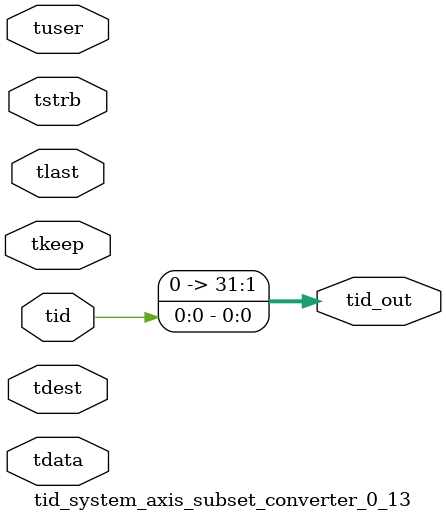
<source format=v>


`timescale 1ps/1ps

module tid_system_axis_subset_converter_0_13 #
(
parameter C_S_AXIS_TID_WIDTH   = 1,
parameter C_S_AXIS_TUSER_WIDTH = 0,
parameter C_S_AXIS_TDATA_WIDTH = 0,
parameter C_S_AXIS_TDEST_WIDTH = 0,
parameter C_M_AXIS_TID_WIDTH   = 32
)
(
input  [(C_S_AXIS_TID_WIDTH   == 0 ? 1 : C_S_AXIS_TID_WIDTH)-1:0       ] tid,
input  [(C_S_AXIS_TDATA_WIDTH == 0 ? 1 : C_S_AXIS_TDATA_WIDTH)-1:0     ] tdata,
input  [(C_S_AXIS_TUSER_WIDTH == 0 ? 1 : C_S_AXIS_TUSER_WIDTH)-1:0     ] tuser,
input  [(C_S_AXIS_TDEST_WIDTH == 0 ? 1 : C_S_AXIS_TDEST_WIDTH)-1:0     ] tdest,
input  [(C_S_AXIS_TDATA_WIDTH/8)-1:0 ] tkeep,
input  [(C_S_AXIS_TDATA_WIDTH/8)-1:0 ] tstrb,
input                                                                    tlast,
output [(C_M_AXIS_TID_WIDTH   == 0 ? 1 : C_M_AXIS_TID_WIDTH)-1:0       ] tid_out
);

assign tid_out = {tid[0:0]};

endmodule


</source>
